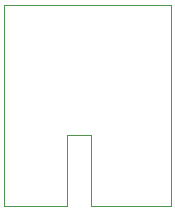
<source format=gbr>
%TF.GenerationSoftware,KiCad,Pcbnew,8.0.5-8.0.5-0~ubuntu22.04.1*%
%TF.CreationDate,2024-09-30T09:22:30+02:00*%
%TF.ProjectId,I2C_Module_BME680_small_FUEL4EP,4932435f-4d6f-4647-956c-655f424d4536,V1.1*%
%TF.SameCoordinates,Original*%
%TF.FileFunction,Profile,NP*%
%FSLAX46Y46*%
G04 Gerber Fmt 4.6, Leading zero omitted, Abs format (unit mm)*
G04 Created by KiCad (PCBNEW 8.0.5-8.0.5-0~ubuntu22.04.1) date 2024-09-30 09:22:30*
%MOMM*%
%LPD*%
G01*
G04 APERTURE LIST*
%TA.AperFunction,Profile*%
%ADD10C,0.038100*%
%TD*%
G04 APERTURE END LIST*
D10*
X0Y0D02*
X0Y17000000D01*
X14080000Y0D02*
X9700000Y0D01*
X0Y17000000D02*
X14080000Y17000000D01*
X5300000Y0D02*
X5300000Y6000000D01*
X5300000Y6000000D02*
X7300000Y6000000D01*
X9700000Y0D02*
X7300000Y0D01*
X7300000Y6000000D02*
X7300000Y0D01*
X5300000Y0D02*
X0Y0D01*
X14080000Y17000000D02*
X14080000Y0D01*
M02*

</source>
